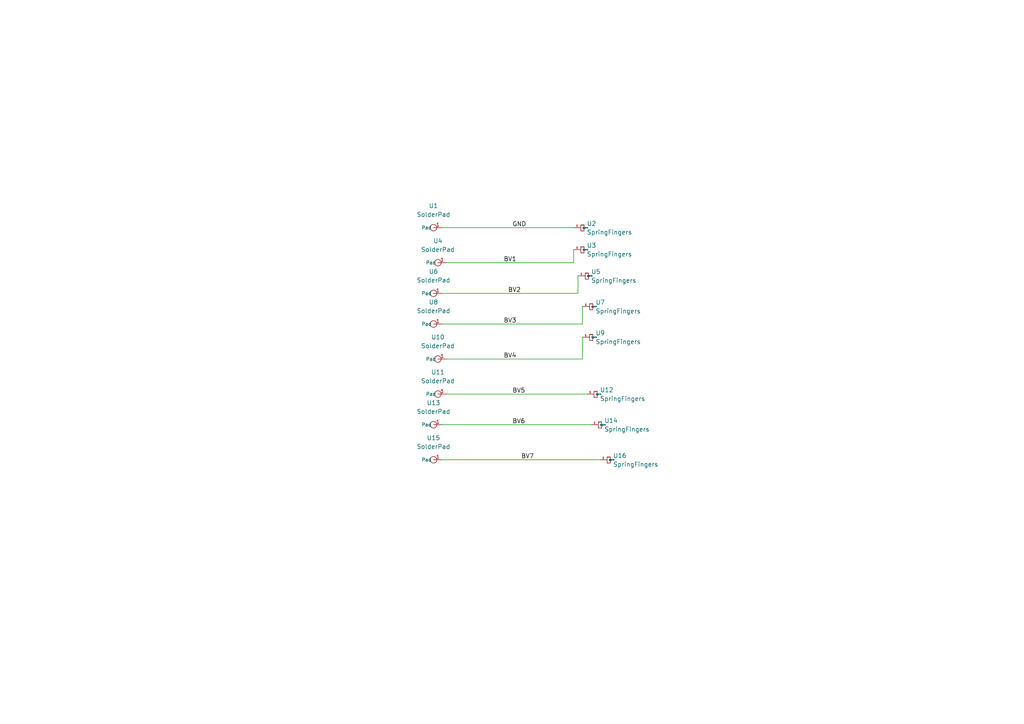
<source format=kicad_sch>
(kicad_sch (version 20211123) (generator eeschema)
  (paper "A4")
  (title_block (title "Bias Voltage Connecter") (date "06-30-22") (rev "v01") (comment 9 "Author: Maria Gamez"))
  (lib_symbols
    (symbol "BVC.lib:SpringFingers"
      (property "Reference" "U" (at 0 1.9304 0))
      (property "Value" "SpringFingers" (at 0 -2.7432 0))
      (symbol "SpringFingers_0_1"
        (rectangle (start 2.1037 -0.9621) (end 3.0181 -0.9621))
        (rectangle (start 2.1037 0.8159) (end 2.1037 -0.9621))
        (rectangle (start 2.1545 0.8159) (end 3.0181 0.7651))
        (rectangle (start 3.0181 0.8159) (end 3.0181 -0.9621))
      )
      (symbol "SpringFingers_1_1"
        (pin input line (at 0 0 0) (length 2) (name "sprn") (number "1"))
        (pin input line (at 0 0 0) (length 2) hide (name "SPRNG") (number "2"))
        (pin input line (at 0 0 0) (length 2) hide (name "SPRNG") (number "3"))
      )
    )
    (symbol "ETL.lib:SolderPad"
      (property "Reference" "U" (at -0.0508 3.4036 0))
      (property "Value" "SolderPad" (at 0 -3.5052 0))
      (symbol "SolderPad_0_1"
        (circle (center -2.54 0) (radius 0.9585))
      )
      (symbol "SolderPad_1_1"
        (pin input line (at 0 0 180) (length 2.54) (name "Pad") (number "1"))
      )
    )
  )
  (wire (pts (xy 129.54 114.3) (xy 170.18 114.3)))
  (wire (pts (xy 166.37 76.2) (xy 166.37 72.39)))
  (wire (pts (xy 168.91 104.14) (xy 168.91 97.79)))
  (wire (pts (xy 128.27 66.04) (xy 166.37 66.04)))
  (wire (pts (xy 128.27 123.19) (xy 171.45 123.19)))
  (wire (pts (xy 128.27 133.35) (xy 173.99 133.35)))
  (wire (pts (xy 168.91 93.98) (xy 168.91 88.9)))
  (wire (pts (xy 129.54 76.2) (xy 166.37 76.2)))
  (wire (pts (xy 167.64 85.09) (xy 167.64 80.01)))
  (wire (pts (xy 128.27 93.98) (xy 168.91 93.98)))
  (wire (pts (xy 128.27 85.09) (xy 167.64 85.09)))
  (wire (pts (xy 129.54 104.14) (xy 168.91 104.14)))
  (label "BV2" (at 147.32 85.09 0))
  (label "BV1" (at 146.05 76.2 0))
  (label "BV5" (at 148.59 114.3 0))
  (label "BV6" (at 148.59 123.19 0))
  (label "GND" (at 148.59 66.04 0))
  (label "BV7" (at 151.13 133.35 0))
  (label "BV3" (at 146.05 93.98 0))
  (label "BV4" (at 146.05 104.14 0))
  (symbol (lib_id "BVC.lib:SpringFingers") (at 168.91 88.9 0) (unit 1)
    (property "Reference" "U7" (at 172.72 87.703 0) (effects (justify left)))
    (property "Value" "SpringFingers" (at 172.72 90.243 0) (effects (justify left)))
    (property "Footprint" "ETL:SpringFingers" (effects hide))
  )
  (symbol (lib_id "BVC.lib:SpringFingers") (at 170.18 114.3 0) (unit 1)
    (property "Reference" "U12" (at 173.99 113.103 0) (effects (justify left)))
    (property "Value" "SpringFingers" (at 173.99 115.643 0) (effects (justify left)))
    (property "Footprint" "ETL:SpringFingers" (effects hide))
  )
  (symbol (lib_id "ETL.lib:SolderPad") (at 129.54 104.14 0) (unit 1)
    (property "Reference" "U10" (at 127 97.79 0))
    (property "Value" "SolderPad" (at 127 100.33 0))
    (property "Footprint" "ETL:SolderPad" (effects hide))
  )
  (symbol (lib_id "BVC.lib:SpringFingers") (at 173.99 133.35 0) (unit 1)
    (property "Reference" "U16" (at 177.8 132.153 0) (effects (justify left)))
    (property "Value" "SpringFingers" (at 177.8 134.693 0) (effects (justify left)))
    (property "Footprint" "ETL:SpringFingers" (effects hide))
  )
  (symbol (lib_id "ETL.lib:SolderPad") (at 128.27 93.98 0) (unit 1)
    (property "Reference" "U8" (at 125.73 87.63 0))
    (property "Value" "SolderPad" (at 125.73 90.17 0))
    (property "Footprint" "ETL:SolderPad" (effects hide))
  )
  (symbol (lib_id "ETL.lib:SolderPad") (at 129.54 114.3 0) (unit 1)
    (property "Reference" "U11" (at 127 107.95 0))
    (property "Value" "SolderPad" (at 127 110.49 0))
    (property "Footprint" "ETL:SolderPad" (effects hide))
  )
  (symbol (lib_id "ETL.lib:SolderPad") (at 128.27 85.09 0) (unit 1)
    (property "Reference" "U6" (at 125.73 78.74 0))
    (property "Value" "SolderPad" (at 125.73 81.28 0))
    (property "Footprint" "ETL:SolderPad" (effects hide))
  )
  (symbol (lib_id "BVC.lib:SpringFingers") (at 167.64 80.01 0) (unit 1)
    (property "Reference" "U5" (at 171.45 78.813 0) (effects (justify left)))
    (property "Value" "SpringFingers" (at 171.45 81.353 0) (effects (justify left)))
    (property "Footprint" "ETL:SpringFingers" (effects hide))
  )
  (symbol (lib_id "ETL.lib:SolderPad") (at 128.27 133.35 0) (unit 1)
    (property "Reference" "U15" (at 125.73 127 0))
    (property "Value" "SolderPad" (at 125.73 129.54 0))
    (property "Footprint" "ETL:SolderPad" (effects hide))
  )
  (symbol (lib_id "BVC.lib:SpringFingers") (at 166.37 72.39 0) (unit 1)
    (property "Reference" "U3" (at 170.18 71.193 0) (effects (justify left)))
    (property "Value" "SpringFingers" (at 170.18 73.733 0) (effects (justify left)))
    (property "Footprint" "ETL:SpringFingers" (effects hide))
  )
  (symbol (lib_id "BVC.lib:SpringFingers") (at 166.37 66.04 0) (unit 1)
    (property "Reference" "U2" (at 170.18 64.843 0) (effects (justify left)))
    (property "Value" "SpringFingers" (at 170.18 67.383 0) (effects (justify left)))
    (property "Footprint" "ETL:SpringFingers" (effects hide))
  )
  (symbol (lib_id "ETL.lib:SolderPad") (at 128.27 66.04 0) (unit 1)
    (property "Reference" "U1" (at 125.73 59.69 0))
    (property "Value" "SolderPad" (at 125.73 62.23 0))
    (property "Footprint" "ETL:SolderPad" (effects hide))
  )
  (symbol (lib_id "BVC.lib:SpringFingers") (at 171.45 123.19 0) (unit 1)
    (property "Reference" "U14" (at 175.26 121.993 0) (effects (justify left)))
    (property "Value" "SpringFingers" (at 175.26 124.533 0) (effects (justify left)))
    (property "Footprint" "ETL:SpringFingers" (effects hide))
  )
  (symbol (lib_id "BVC.lib:SpringFingers") (at 168.91 97.79 0) (unit 1)
    (property "Reference" "U9" (at 172.72 96.593 0) (effects (justify left)))
    (property "Value" "SpringFingers" (at 172.72 99.133 0) (effects (justify left)))
    (property "Footprint" "ETL:SpringFingers" (effects hide))
  )
  (symbol (lib_id "ETL.lib:SolderPad") (at 128.27 123.19 0) (unit 1)
    (property "Reference" "U13" (at 125.73 116.84 0))
    (property "Value" "SolderPad" (at 125.73 119.38 0))
    (property "Footprint" "ETL:SolderPad" (effects hide))
  )
  (symbol (lib_id "ETL.lib:SolderPad") (at 129.54 76.2 0) (unit 1)
    (property "Reference" "U4" (at 127 69.85 0))
    (property "Value" "SolderPad" (at 127 72.39 0))
    (property "Footprint" "ETL:SolderPad" (effects hide))
  )
)
</source>
